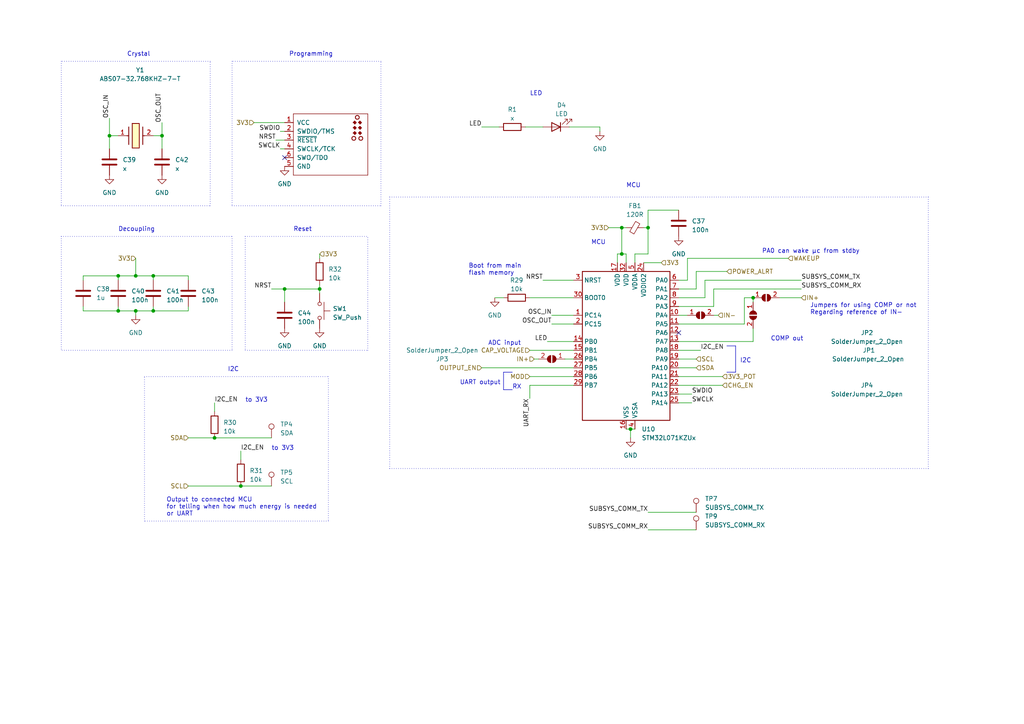
<source format=kicad_sch>
(kicad_sch (version 20231120) (generator "eeschema") (generator_version "8.0")
  (paper "A4")
  (lib_symbols
    (symbol "ABS07-32_768KHZ-7-T:ABS07-32.768KHZ-7-T" (pin_names hide)
      (property "Reference" "Y" (at 8.89 6.35 0))
      (property "Value" "ABS07-32.768KHZ-7-T" (at 8.89 3.81 0))
      (symbol "ABS07-32.768KHZ-7-T_1_1"
        (polyline (pts (xy 3.048 0) (xy 2.54 0)) (stroke (width 0.254)))
        (polyline (pts (xy 3.048 2.54) (xy 3.048 -2.54)) (stroke (width 0.254)))
        (polyline (pts (xy 7.112 0) (xy 7.62 0)) (stroke (width 0.254)))
        (polyline (pts (xy 7.112 2.54) (xy 7.112 -2.54)) (stroke (width 0.254)))
        (rectangle (start 4.064 3.556) (end 6.096 -3.556) (stroke (width 0.254)) (fill (type background)))
        (pin passive line (at 0 0 0) (length 2.54) (name "1") (number "1"))
        (pin passive line (at 10.16 0 180) (length 2.54) (name "2") (number "2"))
      )
    )
    (symbol "Connector:TestPoint" (pin_numbers hide) (pin_names (offset 0.762) hide)
      (property "Reference" "TP" (at 0 6.858 0))
      (property "Value" "TestPoint" (at 0 5.08 0))
      (symbol "TestPoint_0_1"
        (circle (center 0 3.302) (radius 0.762))
      )
      (symbol "TestPoint_1_1"
        (pin passive line (at 0 0 90) (length 2.54) (name "1") (number "1"))
      )
    )
    (symbol "Device:C" (pin_numbers hide) (pin_names (offset 0.254))
      (property "Reference" "C" (at 0.635 2.54 0))
      (property "Value" "C" (at 0.635 -2.54 0))
      (symbol "C_0_1"
        (polyline (pts (xy -2.032 -0.762) (xy 2.032 -0.762)) (stroke (width 0.508)))
        (polyline (pts (xy -2.032 0.762) (xy 2.032 0.762)) (stroke (width 0.508)))
      )
      (symbol "C_1_1"
        (pin passive line (at 0 3.81 270) (length 2.794) (name "~") (number "1"))
        (pin passive line (at 0 -3.81 90) (length 2.794) (name "~") (number "2"))
      )
    )
    (symbol "Device:FerriteBead_Small" (pin_numbers hide) (pin_names (offset 0))
      (property "Reference" "FB" (at 1.905 1.27 0))
      (property "Value" "FerriteBead_Small" (at 1.905 -1.27 0))
      (symbol "FerriteBead_Small_0_1"
        (polyline (pts (xy 0 -1.27) (xy 0 -0.7874)))
        (polyline (pts (xy 0 0.889) (xy 0 1.2954)))
        (polyline (pts (xy -1.8288 0.2794) (xy -1.1176 1.4986) (xy 1.8288 -0.2032) (xy 1.1176 -1.4224) (xy -1.8288 0.2794)))
      )
      (symbol "FerriteBead_Small_1_1"
        (pin passive line (at 0 2.54 270) (length 1.27) (name "~") (number "1"))
        (pin passive line (at 0 -2.54 90) (length 1.27) (name "~") (number "2"))
      )
    )
    (symbol "Device:LED" (pin_numbers hide) (pin_names (offset 1.016) hide)
      (property "Reference" "D" (at 0 2.54 0))
      (property "Value" "LED" (at 0 -2.54 0))
      (symbol "LED_0_1"
        (polyline (pts (xy -1.27 -1.27) (xy -1.27 1.27)) (stroke (width 0.254)))
        (polyline (pts (xy -1.27 0) (xy 1.27 0)))
        (polyline (pts (xy 1.27 -1.27) (xy 1.27 1.27) (xy -1.27 0) (xy 1.27 -1.27)) (stroke (width 0.254)))
        (polyline (pts (xy -3.048 -0.762) (xy -4.572 -2.286) (xy -3.81 -2.286) (xy -4.572 -2.286) (xy -4.572 -1.524)))
        (polyline (pts (xy -1.778 -0.762) (xy -3.302 -2.286) (xy -2.54 -2.286) (xy -3.302 -2.286) (xy -3.302 -1.524)))
      )
      (symbol "LED_1_1"
        (pin passive line (at -3.81 0 0) (length 2.54) (name "K") (number "1"))
        (pin passive line (at 3.81 0 180) (length 2.54) (name "A") (number "2"))
      )
    )
    (symbol "Device:R" (pin_numbers hide) (pin_names (offset 0))
      (property "Reference" "R" (at 2.032 0 90))
      (property "Value" "R" (at 0 0 90))
      (symbol "R_0_1"
        (rectangle (start -1.016 -2.54) (end 1.016 2.54) (stroke (width 0.254)))
      )
      (symbol "R_1_1"
        (pin passive line (at 0 3.81 270) (length 1.27) (name "~") (number "1"))
        (pin passive line (at 0 -3.81 90) (length 1.27) (name "~") (number "2"))
      )
    )
    (symbol "Jumper:SolderJumper_2_Open" (pin_names (offset 0) hide)
      (property "Reference" "JP" (at 0 2.032 0))
      (property "Value" "SolderJumper_2_Open" (at 0 -2.54 0))
      (symbol "SolderJumper_2_Open_0_1"
        (arc (start -0.254 1.016) (mid -1.2656 0) (end -0.254 -1.016))
        (arc (start -0.254 1.016) (mid -1.2656 0) (end -0.254 -1.016) (fill (type outline)))
        (polyline (pts (xy -0.254 1.016) (xy -0.254 -1.016)))
        (polyline (pts (xy 0.254 1.016) (xy 0.254 -1.016)))
        (arc (start 0.254 -1.016) (mid 1.2656 0) (end 0.254 1.016))
        (arc (start 0.254 -1.016) (mid 1.2656 0) (end 0.254 1.016) (fill (type outline)))
      )
      (symbol "SolderJumper_2_Open_1_1"
        (pin passive line (at -3.81 0 0) (length 2.54) (name "A") (number "1"))
        (pin passive line (at 3.81 0 180) (length 2.54) (name "B") (number "2"))
      )
    )
    (symbol "MCU_ST_STM32L0:STM32L071KZUx"
      (property "Reference" "U7" (at 4.4959 -22.86 0))
      (property "Value" "STM32L071KZUx" (at 4.4959 -25.4 0))
      (symbol "STM32L071KZUx_1_1"
        (rectangle (start -12.7 22.86) (end 12.7 -20.32) (stroke (width 0.254)))
        (pin bidirectional line (at -15.24 10.16 0) (length 2.54) (name "PC14") (number "1"))
        (pin bidirectional line (at 15.24 10.16 180) (length 2.54) (name "PA4") (number "10"))
        (pin bidirectional line (at 15.24 7.62 180) (length 2.54) (name "PA5") (number "11"))
        (pin bidirectional line (at 15.24 5.08 180) (length 2.54) (name "PA6") (number "12"))
        (pin bidirectional line (at 15.24 2.54 180) (length 2.54) (name "PA7") (number "13"))
        (pin bidirectional line (at -15.24 2.54 0) (length 2.54) (name "PB0") (number "14"))
        (pin bidirectional line (at -15.24 0 0) (length 2.54) (name "PB1") (number "15"))
        (pin power_in line (at 0 -22.86 90) (length 2.54) (name "VSS") (number "16"))
        (pin power_in line (at -2.54 25.4 270) (length 2.54) (name "VDD") (number "17"))
        (pin bidirectional line (at 15.24 0 180) (length 2.54) (name "PA8") (number "18"))
        (pin bidirectional line (at 15.24 -2.54 180) (length 2.54) (name "PA9") (number "19"))
        (pin bidirectional line (at -15.24 7.62 0) (length 2.54) (name "PC15") (number "2"))
        (pin bidirectional line (at 15.24 -5.08 180) (length 2.54) (name "PA10") (number "20"))
        (pin bidirectional line (at 15.24 -7.62 180) (length 2.54) (name "PA11") (number "21"))
        (pin bidirectional line (at 15.24 -10.16 180) (length 2.54) (name "PA12") (number "22"))
        (pin bidirectional line (at 15.24 -12.7 180) (length 2.54) (name "PA13") (number "23"))
        (pin power_in line (at 5.08 25.4 270) (length 2.54) (name "VDDIO2") (number "24"))
        (pin bidirectional line (at 15.24 -15.24 180) (length 2.54) (name "PA14") (number "25"))
        (pin bidirectional line (at -15.24 -2.54 0) (length 2.54) (name "PB4") (number "26"))
        (pin bidirectional line (at -15.24 -5.08 0) (length 2.54) (name "PB5") (number "27"))
        (pin bidirectional line (at -15.24 -7.62 0) (length 2.54) (name "PB6") (number "28"))
        (pin bidirectional line (at -15.24 -10.16 0) (length 2.54) (name "PB7") (number "29"))
        (pin input line (at -15.24 20.32 0) (length 2.54) (name "NRST") (number "3"))
        (pin input line (at -15.24 15.24 0) (length 2.54) (name "BOOT0") (number "30"))
        (pin passive line (at 0 -22.86 90) (length 2.54) hide (name "VSS") (number "31"))
        (pin power_in line (at 0 25.4 270) (length 2.54) (name "VDD") (number "32"))
        (pin passive line (at 0 -22.86 90) (length 2.54) hide (name "VSS") (number "33"))
        (pin power_in line (at 2.54 -22.86 90) (length 2.54) (name "VSSA") (number "4"))
        (pin power_in line (at 2.54 25.4 270) (length 2.54) (name "VDDA") (number "5"))
        (pin bidirectional line (at 15.24 20.32 180) (length 2.54) (name "PA0") (number "6"))
        (pin bidirectional line (at 15.24 17.78 180) (length 2.54) (name "PA1") (number "7"))
        (pin bidirectional line (at 15.24 15.24 180) (length 2.54) (name "PA2") (number "8"))
        (pin bidirectional line (at 15.24 12.7 180) (length 2.54) (name "PA3") (number "9"))
      )
    )
    (symbol "Switch:SW_Push" (pin_numbers hide) (pin_names (offset 1.016) hide)
      (property "Reference" "SW" (at 1.27 2.54 0))
      (property "Value" "SW_Push" (at 0 -1.524 0))
      (symbol "SW_Push_0_1"
        (circle (center -2.032 0) (radius 0.508))
        (polyline (pts (xy 0 1.27) (xy 0 3.048)))
        (polyline (pts (xy 2.54 1.27) (xy -2.54 1.27)))
        (circle (center 2.032 0) (radius 0.508))
        (pin passive line (at -5.08 0 0) (length 2.54) (name "1") (number "1"))
        (pin passive line (at 5.08 0 180) (length 2.54) (name "2") (number "2"))
      )
    )
    (symbol "power:GND" (power) (pin_names (offset 0))
      (property "Value" "GND" (at 0 -3.81 0))
      (symbol "GND_0_1"
        (polyline (pts (xy 0 0) (xy 0 -1.27) (xy 1.27 -1.27) (xy 0 -2.54) (xy -1.27 -1.27) (xy 0 -1.27)))
      )
      (symbol "GND_1_1"
        (pin power_in line (at 0 0 270) (length 0) hide (name "GND") (number "1"))
      )
    )
    (symbol "sparkfun-nrf52832-breakout-eagle-import:TC2030_SWD-MCP-NL" (pin_names (offset 1.016))
      (symbol "TC2030_SWD-MCP-NL_1_0"
        (polyline (pts (xy -10.16 -7.62) (xy 11.43 -7.62)))
        (polyline (pts (xy -10.16 10.16) (xy -10.16 -7.62)))
        (polyline (pts (xy 11.43 -7.62) (xy 11.43 10.16)))
        (polyline (pts (xy 11.43 10.16) (xy -10.16 10.16)))
        (polyline (pts (xy 7.112 4.572) (xy 7.62 5.08) (xy 8.128 4.572) (xy 7.62 4.064)) (fill (type outline)))
        (polyline (pts (xy 7.112 6.096) (xy 7.62 6.604) (xy 8.128 6.096) (xy 7.62 5.588)) (fill (type outline)))
        (polyline (pts (xy 7.112 7.62) (xy 7.62 8.128) (xy 8.128 7.62) (xy 7.62 7.112)) (fill (type outline)))
        (polyline (pts (xy 8.636 4.572) (xy 9.144 5.08) (xy 9.652 4.572) (xy 9.144 4.064)) (fill (type outline)))
        (polyline (pts (xy 8.636 6.096) (xy 9.144 6.604) (xy 9.652 6.096) (xy 9.144 5.588)) (fill (type outline)))
        (polyline (pts (xy 8.636 7.62) (xy 9.144 8.128) (xy 9.652 7.62) (xy 9.144 7.112)) (fill (type outline)))
        (circle (center 7.366 3.048) (radius 0.5588) (stroke (width 0.254)))
        (circle (center 8.382 9.144) (radius 0.5588) (stroke (width 0.254)))
        (circle (center 9.398 3.048) (radius 0.5588) (stroke (width 0.254)))
        (pin passive line (at -12.7 7.62 0) (length 2.54) (name "VCC") (number "1"))
        (pin bidirectional line (at -12.7 5.08 0) (length 2.54) (name "SWDIO/TMS") (number "2"))
        (pin output line (at -12.7 2.54 0) (length 2.54) (name "~{RESET}") (number "3"))
        (pin output line (at -12.7 0 0) (length 2.54) (name "SWCLK/TCK") (number "4"))
        (pin passive line (at -12.7 -5.08 0) (length 2.54) (name "GND") (number "5"))
        (pin bidirectional line (at -12.7 -2.54 0) (length 2.54) (name "SWO/TDO") (number "6"))
      )
    )
  )
  (junction (at 62.23 127))
  (junction (at 31.75 39.37))
  (junction (at 180.34 66.04))
  (junction (at 46.99 39.37))
  (junction (at 180.34 73.66))
  (junction (at 44.45 80.01))
  (junction (at 218.44 86.36))
  (junction (at 92.71 83.82))
  (junction (at 39.37 90.17))
  (junction (at 82.55 83.82))
  (junction (at 187.96 66.04))
  (junction (at 34.29 90.17))
  (junction (at 182.88 124.46))
  (junction (at 69.85 140.97))
  (junction (at 39.37 80.01))
  (junction (at 44.45 90.17))
  (junction (at 34.29 80.01))
  (no_connect (at 196.85 96.52))
  (no_connect (at 82.55 45.72))
  (polyline (pts (xy 110.49 59.69) (xy 110.49 17.78)) (stroke (width 0) (type dot)))
  (wire (pts (xy 152.4 36.83) (xy 157.48 36.83)))
  (wire (pts (xy 215.9 86.36) (xy 218.44 86.36)))
  (polyline (pts (xy 58.42 109.22) (xy 95.25 109.22)) (stroke (width 0) (type dot)))
  (wire (pts (xy 203.2 101.6) (xy 196.85 101.6)))
  (polyline (pts (xy 17.78 68.58) (xy 67.31 68.58)) (stroke (width 0) (type dot)))
  (wire (pts (xy 196.85 91.44) (xy 199.39 91.44)))
  (wire (pts (xy 187.96 73.66) (xy 184.15 73.66)))
  (wire (pts (xy 201.93 106.68) (xy 196.85 106.68)))
  (wire (pts (xy 180.34 66.04) (xy 180.34 73.66)))
  (wire (pts (xy 209.55 111.76) (xy 196.85 111.76)))
  (wire (pts (xy 207.01 83.82) (xy 207.01 88.9)))
  (wire (pts (xy 204.47 86.36) (xy 196.85 86.36)))
  (wire (pts (xy 62.23 127) (xy 78.74 127)))
  (polyline (pts (xy 210.82 107.95) (xy 213.36 107.95)))
  (polyline (pts (xy 67.31 17.78) (xy 67.31 59.69)) (stroke (width 0) (type dot)))
  (wire (pts (xy 201.93 78.74) (xy 201.93 83.82)))
  (wire (pts (xy 24.13 90.17) (xy 34.29 90.17)))
  (wire (pts (xy 226.06 86.36) (xy 232.41 86.36)))
  (polyline (pts (xy 17.78 59.69) (xy 60.96 59.69)) (stroke (width 0) (type dot)))
  (wire (pts (xy 187.96 60.96) (xy 187.96 66.04)))
  (polyline (pts (xy 95.25 151.13) (xy 41.91 151.13)) (stroke (width 0) (type dot)))
  (wire (pts (xy 139.7 36.83) (xy 144.78 36.83)))
  (wire (pts (xy 215.9 93.98) (xy 215.9 86.36)))
  (wire (pts (xy 184.15 73.66) (xy 184.15 76.2)))
  (wire (pts (xy 186.69 76.2) (xy 191.77 76.2)))
  (wire (pts (xy 46.99 35.56) (xy 46.99 39.37)))
  (wire (pts (xy 82.55 83.82) (xy 92.71 83.82)))
  (polyline (pts (xy 71.12 68.58) (xy 71.12 101.6)) (stroke (width 0) (type dot)))
  (wire (pts (xy 153.67 101.6) (xy 166.37 101.6)))
  (wire (pts (xy 182.88 127) (xy 182.88 124.46)))
  (wire (pts (xy 31.75 34.29) (xy 31.75 39.37)))
  (wire (pts (xy 181.61 73.66) (xy 181.61 76.2)))
  (polyline (pts (xy 113.03 135.89) (xy 113.03 57.15)) (stroke (width 0) (type dot)))
  (wire (pts (xy 139.7 106.68) (xy 166.37 106.68)))
  (wire (pts (xy 34.29 80.01) (xy 24.13 80.01)))
  (wire (pts (xy 199.39 74.93) (xy 228.6 74.93)))
  (polyline (pts (xy 148.59 107.95) (xy 146.05 107.95)))
  (wire (pts (xy 207.01 88.9) (xy 196.85 88.9)))
  (wire (pts (xy 62.23 116.84) (xy 62.23 119.38)))
  (polyline (pts (xy 95.25 109.22) (xy 95.25 151.13)) (stroke (width 0) (type dot)))
  (wire (pts (xy 210.82 78.74) (xy 201.93 78.74)))
  (wire (pts (xy 24.13 88.9) (xy 24.13 90.17)))
  (wire (pts (xy 31.75 39.37) (xy 31.75 43.18)))
  (polyline (pts (xy 17.78 68.58) (xy 17.78 101.6)) (stroke (width 0) (type dot)))
  (wire (pts (xy 39.37 80.01) (xy 39.37 74.93)))
  (wire (pts (xy 180.34 73.66) (xy 181.61 73.66)))
  (polyline (pts (xy 71.12 101.6) (xy 106.68 101.6)) (stroke (width 0) (type dot)))
  (wire (pts (xy 44.45 80.01) (xy 39.37 80.01)))
  (wire (pts (xy 153.67 111.76) (xy 166.37 111.76)))
  (wire (pts (xy 179.07 73.66) (xy 180.34 73.66)))
  (wire (pts (xy 182.88 124.46) (xy 184.15 124.46)))
  (wire (pts (xy 44.45 81.28) (xy 44.45 80.01)))
  (wire (pts (xy 44.45 90.17) (xy 44.45 88.9)))
  (wire (pts (xy 204.47 81.28) (xy 232.41 81.28)))
  (wire (pts (xy 92.71 83.82) (xy 92.71 82.55)))
  (wire (pts (xy 187.96 60.96) (xy 196.85 60.96)))
  (wire (pts (xy 153.67 109.22) (xy 166.37 109.22)))
  (wire (pts (xy 157.48 81.28) (xy 166.37 81.28)))
  (wire (pts (xy 166.37 104.14) (xy 163.83 104.14)))
  (wire (pts (xy 81.28 43.18) (xy 82.55 43.18)))
  (wire (pts (xy 54.61 140.97) (xy 69.85 140.97)))
  (wire (pts (xy 143.51 86.36) (xy 146.05 86.36)))
  (polyline (pts (xy 17.78 17.78) (xy 17.78 59.69)) (stroke (width 0) (type dot)))
  (wire (pts (xy 92.71 73.66) (xy 92.71 74.93)))
  (wire (pts (xy 160.02 91.44) (xy 166.37 91.44)))
  (wire (pts (xy 199.39 81.28) (xy 196.85 81.28)))
  (wire (pts (xy 34.29 81.28) (xy 34.29 80.01)))
  (polyline (pts (xy 41.91 151.13) (xy 41.91 109.22)) (stroke (width 0) (type dot)))
  (wire (pts (xy 80.01 40.64) (xy 82.55 40.64)))
  (wire (pts (xy 81.28 38.1) (xy 82.55 38.1)))
  (wire (pts (xy 24.13 80.01) (xy 24.13 81.28)))
  (wire (pts (xy 82.55 83.82) (xy 82.55 87.63)))
  (wire (pts (xy 218.44 87.63) (xy 218.44 86.36)))
  (wire (pts (xy 218.44 95.25) (xy 218.44 99.06)))
  (wire (pts (xy 200.66 114.3) (xy 196.85 114.3)))
  (wire (pts (xy 39.37 91.44) (xy 39.37 90.17)))
  (wire (pts (xy 34.29 90.17) (xy 34.29 88.9)))
  (wire (pts (xy 186.69 66.04) (xy 187.96 66.04)))
  (wire (pts (xy 44.45 80.01) (xy 54.61 80.01)))
  (wire (pts (xy 207.01 83.82) (xy 232.41 83.82)))
  (polyline (pts (xy 41.91 109.22) (xy 58.42 109.22)) (stroke (width 0) (type dot)))
  (polyline (pts (xy 60.96 59.69) (xy 60.96 17.78)) (stroke (width 0) (type dot)))
  (polyline (pts (xy 67.31 101.6) (xy 17.78 101.6)) (stroke (width 0) (type dot)))
  (wire (pts (xy 179.07 73.66) (xy 179.07 76.2)))
  (wire (pts (xy 209.55 109.22) (xy 196.85 109.22)))
  (wire (pts (xy 196.85 93.98) (xy 215.9 93.98)))
  (polyline (pts (xy 110.49 17.78) (xy 67.31 17.78)) (stroke (width 0) (type dot)))
  (polyline (pts (xy 106.68 101.6) (xy 106.68 68.58)) (stroke (width 0) (type dot)))
  (wire (pts (xy 69.85 140.97) (xy 78.74 140.97)))
  (polyline (pts (xy 146.05 113.03) (xy 148.59 113.03)))
  (wire (pts (xy 54.61 127) (xy 62.23 127)))
  (wire (pts (xy 204.47 81.28) (xy 204.47 86.36)))
  (wire (pts (xy 196.85 99.06) (xy 218.44 99.06)))
  (polyline (pts (xy 213.36 100.33) (xy 213.36 107.95)))
  (wire (pts (xy 201.93 83.82) (xy 196.85 83.82)))
  (polyline (pts (xy 146.05 107.95) (xy 146.05 113.03)))
  (wire (pts (xy 78.74 83.82) (xy 82.55 83.82)))
  (wire (pts (xy 73.66 35.56) (xy 82.55 35.56)))
  (wire (pts (xy 200.66 116.84) (xy 196.85 116.84)))
  (wire (pts (xy 34.29 39.37) (xy 31.75 39.37)))
  (wire (pts (xy 69.85 130.81) (xy 69.85 133.35)))
  (wire (pts (xy 39.37 90.17) (xy 34.29 90.17)))
  (wire (pts (xy 173.99 36.83) (xy 165.1 36.83)))
  (polyline (pts (xy 60.96 17.78) (xy 17.78 17.78)) (stroke (width 0) (type dot)))
  (wire (pts (xy 201.93 104.14) (xy 196.85 104.14)))
  (polyline (pts (xy 269.24 135.89) (xy 113.03 135.89)) (stroke (width 0) (type dot)))
  (polyline (pts (xy 71.12 68.58) (xy 106.68 68.58)) (stroke (width 0) (type dot)))
  (polyline (pts (xy 210.82 100.33) (xy 213.36 100.33)))
  (polyline (pts (xy 67.31 59.69) (xy 110.49 59.69)) (stroke (width 0) (type dot)))
  (wire (pts (xy 201.93 153.67) (xy 187.96 153.67)))
  (wire (pts (xy 173.99 38.1) (xy 173.99 36.83)))
  (wire (pts (xy 160.02 93.98) (xy 166.37 93.98)))
  (wire (pts (xy 207.01 91.44) (xy 208.28 91.44)))
  (wire (pts (xy 199.39 74.93) (xy 199.39 81.28)))
  (wire (pts (xy 46.99 39.37) (xy 46.99 43.18)))
  (wire (pts (xy 187.96 73.66) (xy 187.96 66.04)))
  (wire (pts (xy 39.37 80.01) (xy 34.29 80.01)))
  (polyline (pts (xy 269.24 57.15) (xy 269.24 135.89)) (stroke (width 0) (type dot)))
  (wire (pts (xy 182.88 124.46) (xy 181.61 124.46)))
  (polyline (pts (xy 67.31 68.58) (xy 67.31 101.6)) (stroke (width 0) (type dot)))
  (wire (pts (xy 180.34 66.04) (xy 181.61 66.04)))
  (wire (pts (xy 156.21 104.14) (xy 154.94 104.14)))
  (wire (pts (xy 153.67 86.36) (xy 166.37 86.36)))
  (polyline (pts (xy 113.03 57.15) (xy 269.24 57.15)) (stroke (width 0) (type dot)))
  (wire (pts (xy 92.71 85.09) (xy 92.71 83.82)))
  (wire (pts (xy 153.67 111.76) (xy 153.67 115.57)))
  (wire (pts (xy 201.93 148.59) (xy 187.96 148.59)))
  (wire (pts (xy 54.61 81.28) (xy 54.61 80.01)))
  (wire (pts (xy 176.53 66.04) (xy 180.34 66.04)))
  (wire (pts (xy 39.37 90.17) (xy 44.45 90.17)))
  (wire (pts (xy 54.61 88.9) (xy 54.61 90.17)))
  (wire (pts (xy 158.75 99.06) (xy 166.37 99.06)))
  (wire (pts (xy 54.61 90.17) (xy 44.45 90.17)))
  (wire (pts (xy 44.45 39.37) (xy 46.99 39.37)))
  (text "I2C" (at 214.63 105.41 0) (effects (font (size 1.27 1.27)) (justify left bottom)))
  (text "Crystal" (at 36.83 16.51 0) (effects (font (size 1.27 1.27)) (justify left bottom)))
  (text "MCU" (at 171.45 71.12 0) (effects (font (size 1.27 1.27)) (justify left bottom)))
  (text "I2C" (at 66.04 107.95 0) (effects (font (size 1.27 1.27)) (justify left bottom)))
  (text "MCU" (at 181.61 54.61 0) (effects (font (size 1.27 1.27)) (justify left bottom)))
  (text "PA0 can wake µc from stdby" (at 220.98 73.66 0) (effects (font (size 1.27 1.27)) (justify left bottom)))
  (text "ADC input" (at 151.13 100.33 0) (effects (font (size 1.27 1.27)) (justify right bottom)))
  (text "Decoupling" (at 34.29 67.31 0) (effects (font (size 1.27 1.27)) (justify left bottom)))
  (text "Programming\n" (at 83.82 16.51 0) (effects (font (size 1.27 1.27)) (justify left bottom)))
  (text "Jumpers for using COMP or not\nRegarding reference of IN-" (at 234.95 91.44 0) (effects (font (size 1.27 1.27)) (justify left bottom)))
  (text "RX" (at 148.59 113.03 0) (effects (font (size 1.27 1.27)) (justify left bottom)))
  (text "to 3V3" (at 78.74 130.81 0) (effects (font (size 1.27 1.27)) (justify left bottom)))
  (text "Reset" (at 85.09 67.31 0) (effects (font (size 1.27 1.27)) (justify left bottom)))
  (text "Boot from main \nflash memory" (at 135.89 80.01 0) (effects (font (size 1.27 1.27)) (justify left bottom)))
  (text "to 3V3" (at 71.12 116.84 0) (effects (font (size 1.27 1.27)) (justify left bottom)))
  (text "Output to connected MCU\nfor telling when how much energy is needed\nor UART" (at 48.26 149.86 0) (effects (font (size 1.27 1.27)) (justify left bottom)))
  (text "LED" (at 153.67 27.94 0) (effects (font (size 1.27 1.27)) (justify left bottom)))
  (text "COMP out" (at 223.52 99.06 0) (effects (font (size 1.27 1.27)) (justify left bottom)))
  (text "UART output" (at 133.35 111.76 0) (effects (font (size 1.27 1.27)) (justify left bottom)))
  (label "SUBSYS_COMM_RX" (at 187.96 153.67 180))
  (label "NRST" (at 157.48 81.28 180))
  (label "SUBSYS_COMM_TX" (at 232.41 81.28 0))
  (label "SWCLK" (at 81.28 43.18 180))
  (label "SWDIO" (at 200.66 114.3 0))
  (label "NRST" (at 78.74 83.82 180))
  (label "OSC_OUT" (at 160.02 93.98 180))
  (label "LED" (at 139.7 36.83 180))
  (label "SWCLK" (at 200.66 116.84 0))
  (label "UART_RX" (at 153.67 115.57 270))
  (label "LED" (at 158.75 99.06 180))
  (label "SUBSYS_COMM_TX" (at 187.96 148.59 180))
  (label "OSC_IN" (at 31.75 34.29 90))
  (label "SUBSYS_COMM_RX" (at 232.41 83.82 0))
  (label "I2C_EN" (at 62.23 116.84 0))
  (label "OSC_OUT" (at 46.99 35.56 90))
  (label "SWDIO" (at 81.28 38.1 180))
  (label "NRST" (at 80.01 40.64 180))
  (label "OSC_IN" (at 160.02 91.44 180))
  (label "I2C_EN" (at 69.85 130.81 0))
  (label "I2C_EN" (at 203.2 101.6 0))
  (hierarchical_label "OUTPUT_EN" (shape input) (at 139.7 106.68 180))
  (hierarchical_label "IN-" (shape input) (at 208.28 91.44 0))
  (hierarchical_label "3V3" (shape input) (at 39.37 74.93 180))
  (hierarchical_label "SDA" (shape input) (at 54.61 127 180))
  (hierarchical_label "3V3" (shape input) (at 92.71 73.66 0))
  (hierarchical_label "CAP_VOLTAGE" (shape input) (at 153.67 101.6 180))
  (hierarchical_label "IN+" (shape input) (at 154.94 104.14 180))
  (hierarchical_label "3V3" (shape input) (at 191.77 76.2 0))
  (hierarchical_label "POWER_ALRT" (shape input) (at 210.82 78.74 0))
  (hierarchical_label "SCL" (shape input) (at 54.61 140.97 180))
  (hierarchical_label "3V3" (shape input) (at 176.53 66.04 180))
  (hierarchical_label "3V3" (shape input) (at 73.66 35.56 180))
  (hierarchical_label "3V3_POT" (shape input) (at 209.55 109.22 0))
  (hierarchical_label "IN+" (shape input) (at 232.41 86.36 0))
  (hierarchical_label "CHG_EN" (shape input) (at 209.55 111.76 0))
  (hierarchical_label "MOD" (shape input) (at 153.67 109.22 180))
  (hierarchical_label "SCL" (shape input) (at 201.93 104.14 0))
  (hierarchical_label "WAKEUP" (shape input) (at 228.6 74.93 0))
  (hierarchical_label "SDA" (shape input) (at 201.93 106.68 0))
  (symbol (lib_id "Device:FerriteBead_Small") (at 184.15 66.04 90) (unit 1)
    (property "Reference" "FB1" (at 184.15 59.69 90))
    (property "Value" "120R" (at 184.15 62.23 90))
    (property "Footprint" "Capacitor_SMD:C_0603_1608Metric_Pad1.08x0.95mm_HandSolder" (effects (hide yes)))
  )
  (symbol (lib_id "Device:C") (at 54.61 85.09 0) (unit 1)
    (property "Reference" "C43" (at 58.42 84.455 0) (effects (justify left)))
    (property "Value" "100n" (at 58.42 86.995 0) (effects (justify left)))
    (property "Footprint" "Capacitor_SMD:C_0603_1608Metric_Pad1.08x0.95mm_HandSolder" (effects (hide yes)))
  )
  (symbol (lib_id "Device:R") (at 62.23 123.19 180) (unit 1)
    (property "Reference" "R30" (at 64.77 122.555 0) (effects (justify right)))
    (property "Value" "10k" (at 64.77 125.095 0) (effects (justify right)))
    (property "Footprint" "Resistor_SMD:R_0603_1608Metric_Pad0.98x0.95mm_HandSolder" (effects (hide yes)))
  )
  (symbol (lib_id "Device:C") (at 196.85 64.77 0) (unit 1)
    (property "Reference" "C37" (at 200.66 64.135 0) (effects (justify left)))
    (property "Value" "100n" (at 200.66 66.675 0) (effects (justify left)))
    (property "Footprint" "Capacitor_SMD:C_0603_1608Metric_Pad1.08x0.95mm_HandSolder" (effects (hide yes)))
  )
  (symbol (lib_id "Device:R") (at 148.59 36.83 90) (unit 1)
    (property "Reference" "R1" (at 148.59 31.75 90))
    (property "Value" "x" (at 148.59 34.29 90))
    (property "Footprint" "Resistor_SMD:R_0603_1608Metric_Pad0.98x0.95mm_HandSolder" (effects (hide yes)))
  )
  (symbol (lib_id "power:GND") (at 196.85 68.58 0) (unit 1)
    (property "Reference" "#PWR060" (effects (hide yes)))
    (property "Value" "GND" (at 196.85 73.66 0))
  )
  (symbol (lib_id "Device:R") (at 92.71 78.74 0) (unit 1)
    (property "Reference" "R32" (at 95.25 78.105 0) (effects (justify left)))
    (property "Value" "10k" (at 95.25 80.645 0) (effects (justify left)))
    (property "Footprint" "Resistor_SMD:R_0603_1608Metric_Pad0.98x0.95mm_HandSolder" (effects (hide yes)))
  )
  (symbol (lib_id "Device:R") (at 69.85 137.16 180) (unit 1)
    (property "Reference" "R31" (at 72.39 136.525 0) (effects (justify right)))
    (property "Value" "10k" (at 72.39 139.065 0) (effects (justify right)))
    (property "Footprint" "Resistor_SMD:R_0603_1608Metric_Pad0.98x0.95mm_HandSolder" (effects (hide yes)))
  )
  (symbol (lib_id "Device:C") (at 34.29 85.09 0) (unit 1)
    (property "Reference" "C40" (at 38.1 84.455 0) (effects (justify left)))
    (property "Value" "100n" (at 38.1 86.995 0) (effects (justify left)))
    (property "Footprint" "Capacitor_SMD:C_0603_1608Metric_Pad1.08x0.95mm_HandSolder" (effects (hide yes)))
  )
  (symbol (lib_id "Connector:TestPoint") (at 78.74 127 0) (unit 1)
    (property "Reference" "TP4" (at 81.28 123.063 0) (effects (justify left)))
    (property "Value" "SDA" (at 81.28 125.603 0) (effects (justify left)))
    (property "Footprint" "TestPoint:TestPoint_THTPad_2.5x2.5mm_Drill1.2mm" (effects (hide yes)))
  )
  (symbol (lib_id "ABS07-32_768KHZ-7-T:ABS07-32.768KHZ-7-T") (at 34.29 39.37 0) (unit 1)
    (property "Reference" "Y1" (at 40.64 20.32 0))
    (property "Value" "ABS07-32.768KHZ-7-T" (at 40.64 22.86 0))
    (property "Footprint" "ABS07:ABS07" (effects (hide yes)))
    (property "Datasheet" "https://abracon.com/Resonators/ABS07.pdf" (effects (hide yes)))
    (property "Height" "0.9" (effects (hide yes)))
    (property "Mouser Part Number" "815-ABS07-32.768K7T" (effects (hide yes)))
    (property "Mouser Price/Stock" "https://www.mouser.co.uk/ProductDetail/ABRACON/ABS07-32.768KHZ-7-T?qs=2nyfZ6BV3oibNEFok2qBLA%3D%3D" (effects (hide yes)))
    (property "Manufacturer_Name" "ABRACON" (effects (hide yes)))
    (property "Manufacturer_Part_Number" "ABS07-32.768KHZ-7-T" (effects (hide yes)))
  )
  (symbol (lib_id "power:GND") (at 92.71 95.25 0) (unit 1)
    (property "Reference" "#PWR066" (effects (hide yes)))
    (property "Value" "GND" (at 92.71 100.33 0))
  )
  (symbol (lib_id "Device:C") (at 82.55 91.44 0) (unit 1)
    (property "Reference" "C44" (at 86.36 90.805 0) (effects (justify left)))
    (property "Value" "100n" (at 86.36 93.345 0) (effects (justify left)))
    (property "Footprint" "Capacitor_SMD:C_0603_1608Metric_Pad1.08x0.95mm_HandSolder" (effects (hide yes)))
  )
  (symbol (lib_id "Switch:SW_Push") (at 92.71 90.17 270) (unit 1)
    (property "Reference" "SW1" (at 96.52 89.535 90) (effects (justify left)))
    (property "Value" "SW_Push" (at 96.52 92.075 90) (effects (justify left)))
    (property "Footprint" "Button_Switch_SMD:SW_Push_1P1T_NO_CK_KMR2" (effects (hide yes)))
  )
  (symbol (lib_id "Jumper:SolderJumper_2_Open") (at 222.25 86.36 0) (unit 1)
    (property "Reference" "JP2" (at 251.46 96.52 0))
    (property "Value" "SolderJumper_2_Open" (at 251.46 99.06 0))
    (property "Footprint" "Jumper:SolderJumper-2_P1.3mm_Open_RoundedPad1.0x1.5mm" (effects (hide yes)))
  )
  (symbol (lib_id "power:GND") (at 82.55 48.26 0) (unit 1)
    (property "Reference" "#PWR064" (effects (hide yes)))
    (property "Value" "GND" (at 82.55 53.34 0))
  )
  (symbol (lib_id "power:GND") (at 31.75 50.8 0) (unit 1)
    (property "Reference" "#PWR061" (effects (hide yes)))
    (property "Value" "GND" (at 31.75 55.88 0))
  )
  (symbol (lib_id "Device:R") (at 149.86 86.36 90) (unit 1)
    (property "Reference" "R29" (at 149.86 81.28 90))
    (property "Value" "10k" (at 149.86 83.82 90))
    (property "Footprint" "Resistor_SMD:R_0603_1608Metric_Pad0.98x0.95mm_HandSolder" (effects (hide yes)))
  )
  (symbol (lib_id "MCU_ST_STM32L0:STM32L071KZUx") (at 181.61 101.6 0) (unit 1)
    (property "Reference" "U10" (at 186.1059 124.46 0) (effects (justify left)))
    (property "Value" "STM32L071KZUx" (at 186.1059 127 0) (effects (justify left)))
    (property "Footprint" "Package_DFN_QFN:QFN-32-1EP_5x5mm_P0.5mm_EP3.45x3.45mm" (effects (hide yes)))
    (property "Datasheet" "https://www.st.com/resource/en/datasheet/stm32l071kz.pdf" (effects (hide yes)))
  )
  (symbol (lib_id "sparkfun-nrf52832-breakout-eagle-import:TC2030_SWD-MCP-NL") (at 95.25 43.18 0) (unit 1)
    (property "Reference" "J1" (effects (hide yes)))
    (property "Value" "TC2030_SWD-MCP-NL" (effects (hide yes)))
    (property "Footprint" "Connector:Tag-Connect_TC2030-IDC-NL_2x03_P1.27mm_Vertical" (effects (hide yes)))
  )
  (symbol (lib_id "Device:C") (at 31.75 46.99 0) (unit 1)
    (property "Reference" "C39" (at 35.56 46.355 0) (effects (justify left)))
    (property "Value" "x" (at 35.56 48.895 0) (effects (justify left)))
    (property "Footprint" "Capacitor_SMD:C_0603_1608Metric_Pad1.08x0.95mm_HandSolder" (effects (hide yes)))
  )
  (symbol (lib_id "power:GND") (at 182.88 127 0) (unit 1)
    (property "Reference" "#PWR059" (effects (hide yes)))
    (property "Value" "GND" (at 182.88 132.08 0))
  )
  (symbol (lib_id "power:GND") (at 173.99 38.1 0) (unit 1)
    (property "Reference" "#PWR01" (effects (hide yes)))
    (property "Value" "GND" (at 173.99 43.18 0))
  )
  (symbol (lib_id "power:GND") (at 143.51 86.36 0) (unit 1)
    (property "Reference" "#PWR058" (effects (hide yes)))
    (property "Value" "GND" (at 143.51 91.44 0))
  )
  (symbol (lib_id "Jumper:SolderJumper_2_Open") (at 160.02 104.14 180) (unit 1)
    (property "Reference" "JP3" (at 128.27 104.14 0))
    (property "Value" "SolderJumper_2_Open" (at 128.27 101.6 0))
    (property "Footprint" "Jumper:SolderJumper-2_P1.3mm_Open_RoundedPad1.0x1.5mm" (effects (hide yes)))
  )
  (symbol (lib_id "Connector:TestPoint") (at 201.93 148.59 0) (unit 1)
    (property "Reference" "TP7" (at 204.47 144.653 0) (effects (justify left)))
    (property "Value" "SUBSYS_COMM_TX" (at 204.47 147.193 0) (effects (justify left)))
    (property "Footprint" "TestPoint:TestPoint_THTPad_2.5x2.5mm_Drill1.2mm" (effects (hide yes)))
  )
  (symbol (lib_id "Device:C") (at 44.45 85.09 0) (unit 1)
    (property "Reference" "C41" (at 48.26 84.455 0) (effects (justify left)))
    (property "Value" "100n" (at 48.26 86.995 0) (effects (justify left)))
    (property "Footprint" "Capacitor_SMD:C_0603_1608Metric_Pad1.08x0.95mm_HandSolder" (effects (hide yes)))
  )
  (symbol (lib_id "Device:C") (at 46.99 46.99 0) (unit 1)
    (property "Reference" "C42" (at 50.8 46.355 0) (effects (justify left)))
    (property "Value" "x" (at 50.8 48.895 0) (effects (justify left)))
    (property "Footprint" "Capacitor_SMD:C_0603_1608Metric_Pad1.08x0.95mm_HandSolder" (effects (hide yes)))
  )
  (symbol (lib_id "power:GND") (at 46.99 50.8 0) (unit 1)
    (property "Reference" "#PWR063" (effects (hide yes)))
    (property "Value" "GND" (at 46.99 55.88 0))
  )
  (symbol (lib_id "power:GND") (at 82.55 95.25 0) (unit 1)
    (property "Reference" "#PWR065" (effects (hide yes)))
    (property "Value" "GND" (at 82.55 100.33 0))
  )
  (symbol (lib_id "Jumper:SolderJumper_2_Open") (at 218.44 91.44 270) (unit 1)
    (property "Reference" "JP1" (at 250.19 101.6 90) (effects (justify left)))
    (property "Value" "SolderJumper_2_Open" (at 241.3 104.14 90) (effects (justify left)))
    (property "Footprint" "Jumper:SolderJumper-2_P1.3mm_Open_RoundedPad1.0x1.5mm" (effects (hide yes)))
  )
  (symbol (lib_id "Connector:TestPoint") (at 201.93 153.67 0) (unit 1)
    (property "Reference" "TP9" (at 204.47 149.733 0) (effects (justify left)))
    (property "Value" "SUBSYS_COMM_RX" (at 204.47 152.273 0) (effects (justify left)))
    (property "Footprint" "TestPoint:TestPoint_THTPad_2.5x2.5mm_Drill1.2mm" (effects (hide yes)))
  )
  (symbol (lib_id "power:GND") (at 39.37 91.44 0) (unit 1)
    (property "Reference" "#PWR062" (effects (hide yes)))
    (property "Value" "GND" (at 39.37 96.52 0))
  )
  (symbol (lib_id "Device:C") (at 24.13 85.09 0) (unit 1)
    (property "Reference" "C38" (at 27.94 83.82 0) (effects (justify left)))
    (property "Value" "1u" (at 27.94 86.36 0) (effects (justify left)))
    (property "Footprint" "Capacitor_SMD:C_0603_1608Metric_Pad1.08x0.95mm_HandSolder" (effects (hide yes)))
  )
  (symbol (lib_id "Connector:TestPoint") (at 78.74 140.97 0) (unit 1)
    (property "Reference" "TP5" (at 81.28 137.033 0) (effects (justify left)))
    (property "Value" "SCL" (at 81.28 139.573 0) (effects (justify left)))
    (property "Footprint" "TestPoint:TestPoint_THTPad_2.5x2.5mm_Drill1.2mm" (effects (hide yes)))
  )
  (symbol (lib_id "Jumper:SolderJumper_2_Open") (at 203.2 91.44 0) (unit 1)
    (property "Reference" "JP4" (at 251.46 111.76 0))
    (property "Value" "SolderJumper_2_Open" (at 251.46 114.3 0))
    (property "Footprint" "Jumper:SolderJumper-2_P1.3mm_Open_RoundedPad1.0x1.5mm" (effects (hide yes)))
  )
  (symbol (lib_id "Device:LED") (at 161.29 36.83 180) (unit 1)
    (property "Reference" "D4" (at 162.8775 30.48 0))
    (property "Value" "LED" (at 162.8775 33.02 0))
    (property "Footprint" "LED_SMD:LED_0805_2012Metric_Pad1.15x1.40mm_HandSolder" (effects (hide yes)))
  )
)
</source>
